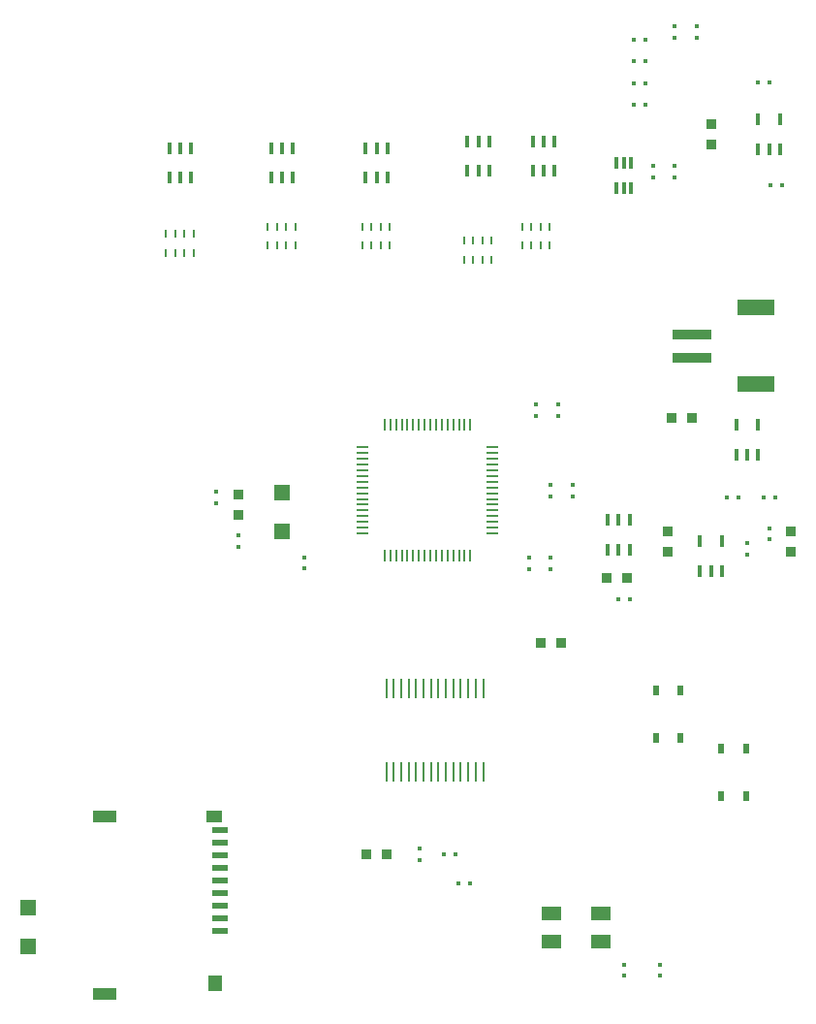
<source format=gbr>
G04 DesignSpark PCB Gerber Version 9.0 Build 5138 *
%FSLAX35Y35*%
%MOIN*%
%ADD123R,0.00400X0.02156*%
%ADD110R,0.00581X0.04124*%
%ADD121R,0.01000X0.02900*%
%ADD128R,0.01100X0.06600*%
%ADD124R,0.01200X0.04000*%
%ADD117R,0.01565X0.04124*%
%ADD134R,0.01683X0.04164*%
%ADD113R,0.01762X0.04124*%
%ADD112R,0.01800X0.01800*%
%ADD120R,0.02000X0.03600*%
%ADD119R,0.03337X0.03691*%
%ADD118R,0.03340X0.03730*%
%ADD132R,0.04900X0.05700*%
%ADD116R,0.05700X0.05700*%
%ADD122R,0.02156X0.00400*%
%ADD111R,0.04124X0.00581*%
%ADD114R,0.01800X0.01800*%
%ADD130R,0.05700X0.02100*%
%ADD126R,0.13200X0.03300*%
%ADD127R,0.03691X0.03337*%
%ADD115R,0.03730X0.03340*%
%ADD133R,0.05700X0.04100*%
%ADD131R,0.08100X0.04100*%
%ADD129R,0.06500X0.04900*%
%ADD125R,0.12800X0.05300*%
X0Y0D02*
D02*
D110*
X135836Y280659D03*
Y325541D03*
X137805Y280659D03*
Y325541D03*
X139773Y280659D03*
Y325541D03*
X141742Y280659D03*
Y325541D03*
X143710Y280659D03*
Y325541D03*
X145679Y280659D03*
Y325541D03*
X147647Y280659D03*
Y325541D03*
X149616Y280659D03*
Y325541D03*
X151584Y280659D03*
Y325541D03*
X153553Y280659D03*
Y325541D03*
X155521Y280659D03*
Y325541D03*
X157490Y280659D03*
Y325541D03*
X159458Y280659D03*
Y325541D03*
X161427Y280659D03*
Y325541D03*
X163395Y280659D03*
Y325541D03*
X165364Y280659D03*
Y325541D03*
D02*
D111*
X128159Y288336D03*
Y290305D03*
Y292273D03*
Y294242D03*
Y296210D03*
Y298179D03*
Y300147D03*
Y302116D03*
Y304084D03*
Y306053D03*
Y308021D03*
Y309990D03*
Y311958D03*
Y313927D03*
Y315895D03*
Y317864D03*
X173041Y288336D03*
Y290305D03*
Y292273D03*
Y294242D03*
Y296210D03*
Y298179D03*
Y300147D03*
Y302116D03*
Y304084D03*
Y306053D03*
Y308021D03*
Y309990D03*
Y311958D03*
Y313927D03*
Y315895D03*
Y317864D03*
D02*
D112*
X78000Y298600D03*
Y302500D03*
X85700Y283700D03*
Y287600D03*
X108200Y276200D03*
Y280100D03*
X148000Y176100D03*
Y180000D03*
X185500Y276100D03*
Y280000D03*
X188000Y328600D03*
Y332500D03*
X193000Y276100D03*
Y280000D03*
Y301100D03*
Y305000D03*
X195700Y328700D03*
Y332600D03*
X200500Y301100D03*
Y305000D03*
X218200Y136200D03*
Y140100D03*
X228100Y410600D03*
Y414500D03*
X230700Y136200D03*
Y140100D03*
X235600Y458700D03*
Y462600D03*
X235700Y410600D03*
Y414500D03*
X243100Y458700D03*
Y462600D03*
X260500Y281100D03*
Y285000D03*
X268200Y286200D03*
Y290100D03*
D02*
D113*
X244360Y275458D03*
Y285742D03*
X248100Y275458D03*
X251840D03*
Y285742D03*
X256860Y315458D03*
Y325742D03*
X260600Y315458D03*
X264340D03*
Y325742D03*
X264360Y420458D03*
Y430742D03*
X268100Y420458D03*
X271840D03*
Y430742D03*
D02*
D114*
X156200Y178000D03*
X160100D03*
X161200Y168000D03*
X165100D03*
X216200Y265500D03*
X220100D03*
X221700Y450600D03*
X221700Y435600D03*
Y443100D03*
Y458100D03*
X225600Y450600D03*
X225600Y435600D03*
Y443100D03*
Y458100D03*
X253600Y300700D03*
X257500D03*
X264340Y443200D03*
X266200Y300500D03*
X268240Y443200D03*
X268700Y408000D03*
X270100Y300500D03*
X272600Y408000D03*
D02*
D115*
X85600Y294600D03*
Y301600D03*
X233100Y282100D03*
Y289100D03*
X275600Y282100D03*
Y289100D03*
D02*
D116*
X13100Y146400D03*
Y159800D03*
X100600Y288900D03*
Y302300D03*
D02*
D117*
X212600Y282600D03*
Y292836D03*
X216340Y282600D03*
Y292836D03*
X220080Y282600D03*
Y292836D03*
D02*
D118*
X189600Y250600D03*
X196600D03*
X212100Y273100D03*
X219100D03*
D02*
D119*
X248100Y422100D03*
Y429100D03*
D02*
D120*
X229100Y217900D03*
Y234300D03*
X237600Y217900D03*
Y234300D03*
X251600Y197900D03*
Y214300D03*
X260100Y197900D03*
Y214300D03*
D02*
D121*
X60600Y384750D03*
Y391250D03*
X63800Y384750D03*
Y391250D03*
X67000Y384750D03*
Y391250D03*
X70200Y384750D03*
Y391250D03*
X95600Y387250D03*
Y393750D03*
X98800Y387250D03*
Y393750D03*
X102000Y387250D03*
Y393750D03*
X105200Y387250D03*
Y393750D03*
X128100Y387250D03*
Y393750D03*
X131300Y387250D03*
Y393750D03*
X134500Y387250D03*
Y393750D03*
X137700Y387250D03*
Y393750D03*
X163100Y382384D03*
Y388884D03*
X166300Y382384D03*
Y388884D03*
X169500Y382384D03*
Y388884D03*
X172700Y382384D03*
Y388884D03*
X183100Y387250D03*
Y393750D03*
X186300Y387250D03*
Y393750D03*
X189500Y387250D03*
Y393750D03*
X192700Y387250D03*
Y393750D03*
D02*
D122*
X43100Y364829D03*
Y366797D03*
Y368766D03*
Y370734D03*
X48218Y364829D03*
Y366797D03*
Y368766D03*
Y370734D03*
X78100Y364829D03*
Y366797D03*
Y368766D03*
Y370734D03*
X83218Y364829D03*
Y366797D03*
Y368766D03*
Y370734D03*
X111700Y363429D03*
Y365397D03*
Y367366D03*
Y369334D03*
X116818Y363429D03*
Y365397D03*
Y367366D03*
Y369334D03*
X150600Y364829D03*
Y366797D03*
Y368766D03*
Y370734D03*
X155718Y364829D03*
Y366797D03*
Y368766D03*
Y370734D03*
D02*
D123*
X188631Y360482D03*
Y365600D03*
X190600Y360482D03*
Y365600D03*
X192569Y360482D03*
Y365600D03*
X194537Y360482D03*
Y365600D03*
D02*
D124*
X215600Y407000D03*
Y415600D03*
X218100Y407000D03*
X218159Y415600D03*
X220600Y407000D03*
X220718Y415600D03*
D02*
D125*
X263600Y339500D03*
Y366000D03*
D02*
D126*
X241600Y348800D03*
Y356700D03*
D02*
D127*
X129600Y178100D03*
X136600D03*
X234600Y328100D03*
X241600D03*
D02*
D128*
X136466Y206206D03*
Y234994D03*
X139025Y206206D03*
Y234994D03*
X141585Y206206D03*
Y234994D03*
X144143Y206206D03*
Y234994D03*
X146702Y206206D03*
Y234994D03*
X149261Y206206D03*
Y234994D03*
X151820Y206206D03*
Y234994D03*
X154380Y206206D03*
Y234994D03*
X156939Y206206D03*
Y234994D03*
X159498Y206206D03*
Y234994D03*
X162057Y206206D03*
Y234994D03*
X164615Y206206D03*
Y234994D03*
X167175Y206206D03*
Y234994D03*
X169734Y206206D03*
Y234994D03*
D02*
D129*
X193100Y148100D03*
Y157500D03*
X210400Y148100D03*
Y157500D03*
D02*
D130*
X79400Y151800D03*
Y156100D03*
Y160400D03*
Y164700D03*
Y169000D03*
Y173300D03*
Y177600D03*
Y181900D03*
Y186200D03*
D02*
D131*
X39700Y130100D03*
Y191100D03*
D02*
D132*
X77500Y133600D03*
D02*
D133*
X77100Y191100D03*
D02*
D134*
X61860Y410659D03*
Y420541D03*
X65600Y410659D03*
Y420541D03*
X69340Y410659D03*
Y420541D03*
X96860Y410659D03*
Y420541D03*
X100600Y410659D03*
Y420541D03*
X104340Y410659D03*
Y420541D03*
X129360Y410659D03*
Y420541D03*
X133100Y410659D03*
Y420541D03*
X136840Y410659D03*
Y420541D03*
X164360Y413159D03*
Y423041D03*
X168100Y413159D03*
Y423041D03*
X171840Y413159D03*
Y423041D03*
X186860Y413159D03*
Y423041D03*
X190600Y413159D03*
Y423041D03*
X194340Y413159D03*
Y423041D03*
X0Y0D02*
M02*

</source>
